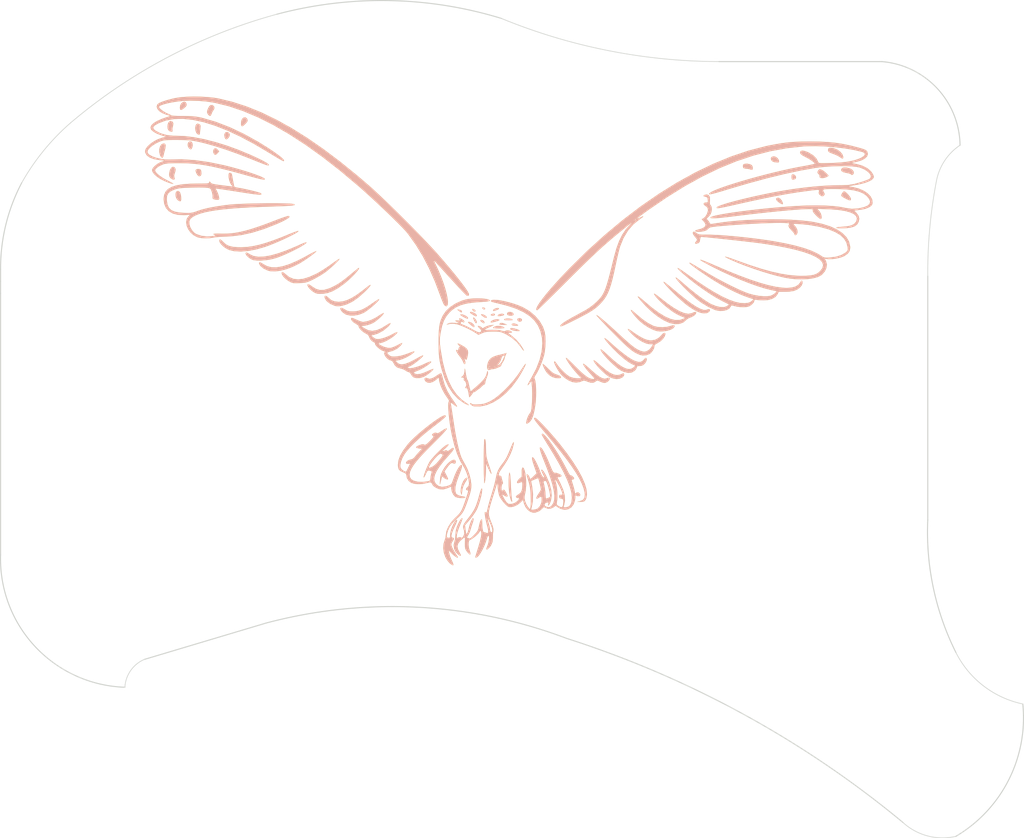
<source format=kicad_pcb>
(kicad_pcb (version 20211014) (generator pcbnew)
  (title_block (title "owl_generated") (rev "v1.0.0") (company "Unknown"))
  (layers (0 "F.Cu" signal) (31 "B.Cu" signal) (34 "B.Paste" user) (35 "F.Paste" user) (36 "B.SilkS" user "B.Silkscreen") (37 "F.SilkS" user "F.Silkscreen") (38 "B.Mask" user) (39 "F.Mask" user) (44 "Edge.Cuts" user))
  (net 0 "")
  (footprint "SMDPad" (layer "F.Cu") (at 168.768682 -112.888168)
    (fp_text reference "MOUNTING_PAD2" hide)
    (fp_text value "" hide)
    (pad "" np_thru_hole circle locked (at 0 0) (size 3.2 3.2) (drill 3.2) (layers *.Cu *.Mask))
  )
  (footprint "SMDPad" (layer "F.Cu") (at 168.768682 -48)
    (fp_text reference "MOUNTING_PAD1" hide)
    (fp_text value "" hide)
    (pad "" np_thru_hole circle locked (at 0 0) (size 3.2 3.2) (drill 3.2) (layers *.Cu *.Mask))
  )
  (footprint "SMDPad" (layer "F.Cu") (at 51 -41.8 -17)
    (fp_text reference "MOUNTING_PAD4" hide)
    (fp_text value "" hide)
    (pad "" np_thru_hole circle locked (at 0 0) (size 3.2 3.2) (drill 3.2) (layers *.Cu *.Mask))
  )
  (footprint "SMDPad" (layer "F.Cu") (at 51 -107.8 -17)
    (fp_text reference "MOUNTING_PAD3" hide)
    (fp_text value "" hide)
    (pad "" np_thru_hole circle locked (at 0 0) (size 3.2 3.2) (drill 3.2) (layers *.Cu *.Mask))
  )
  (footprint "LOGO" (layer "F.Cu") (at 111.4 -83.8)
    (fp_text reference "G***" hide)
    (fp_text value "LOGO" hide)
  )
  (footprint "LOGO" (layer "B.Cu") (at 111.4 -83.8 180)
    (fp_text reference "G***" hide)
    (fp_text value "LOGO" hide)
  )
  (gr_arc (start 185.4 -31.4) (mid 179.752958 -34.001135) (end 175.8 -38.8) (layer "Edge.Cuts") (width 0.1))
  (gr_arc (start 171.768682 -92.8) (mid 172.049729 -99.630295) (end 173 -106.4) (layer "Edge.Cuts") (width 0.1))
  (gr_line (start 38.768682 -90.356114) (end 38.768682 -52.8) (layer "Edge.Cuts") (width 0.15))
  (gr_arc (start 76.8 -43) (mid 98.572502 -45.287309) (end 120 -40.8) (layer "Edge.Cuts") (width 0.15))
  (gr_line (start 38.768682 -93.8) (end 38.768682 -92.03172) (layer "Edge.Cuts") (width 0.15))
  (gr_arc (start 141.8 -123.6) (mid 125.899309 -125.186844) (end 110.6 -129.8) (layer "Edge.Cuts") (width 0.1))
  (gr_arc (start 41.8 -106.2) (mid 44.931351 -110.800064) (end 48.8 -114.8) (layer "Edge.Cuts") (width 0.1))
  (gr_arc (start 38.768682 -93.8) (mid 39.521849 -100.1864) (end 41.8 -106.2) (layer "Edge.Cuts") (width 0.15))
  (gr_arc (start 120 -40.8) (mid 145.364718 -29.909068) (end 168.2 -14.4) (layer "Edge.Cuts") (width 0.15))
  (gr_arc (start 175.8 -38.8) (mid 172.573527 -48.043096) (end 171.768682 -57.8) (layer "Edge.Cuts") (width 0.15))
  (gr_arc (start 56.6 -33.8) (mid 43.750353 -39.609512) (end 38.768682 -52.8) (layer "Edge.Cuts") (width 0.15))
  (gr_line (start 59.4 -37.8) (end 76.8 -43) (layer "Edge.Cuts") (width 0.15))
  (gr_arc (start 48.8 -114.8) (mid 62.743036 -124.226035) (end 78.4 -130.4) (layer "Edge.Cuts") (width 0.1))
  (gr_line (start 171.768682 -57.8) (end 171.768682 -92.8) (layer "Edge.Cuts") (width 0.15))
  (gr_arc (start 78.4 -130.4) (mid 94.537786 -132.356495) (end 110.6 -129.8) (layer "Edge.Cuts") (width 0.15))
  (gr_arc (start 175.8 -12.4) (mid 171.752461 -12.459353) (end 168.2 -14.4) (layer "Edge.Cuts") (width 0.1))
  (gr_line (start 38.768682 -90.356114) (end 38.768682 -92.03172) (layer "Edge.Cuts") (width 0.15))
  (gr_arc (start 185.4 -31.4) (mid 183.375531 -20.497626) (end 175.8 -12.4) (layer "Edge.Cuts") (width 0.15))
  (gr_arc (start 173 -106.4) (mid 174.170522 -109.346197) (end 176.4 -111.6) (layer "Edge.Cuts") (width 0.1))
  (gr_arc (start 165.2 -123.6) (mid 173.115141 -119.760798) (end 176.4 -111.6) (layer "Edge.Cuts") (width 0.15))
  (gr_arc (start 56.6 -33.8) (mid 57.428682 -36.199923) (end 59.4 -37.8) (layer "Edge.Cuts") (width 0.1))
  (gr_line (start 165.2 -123.6) (end 141.8 -123.6) (layer "Edge.Cuts") (width 0.15))
)
</source>
